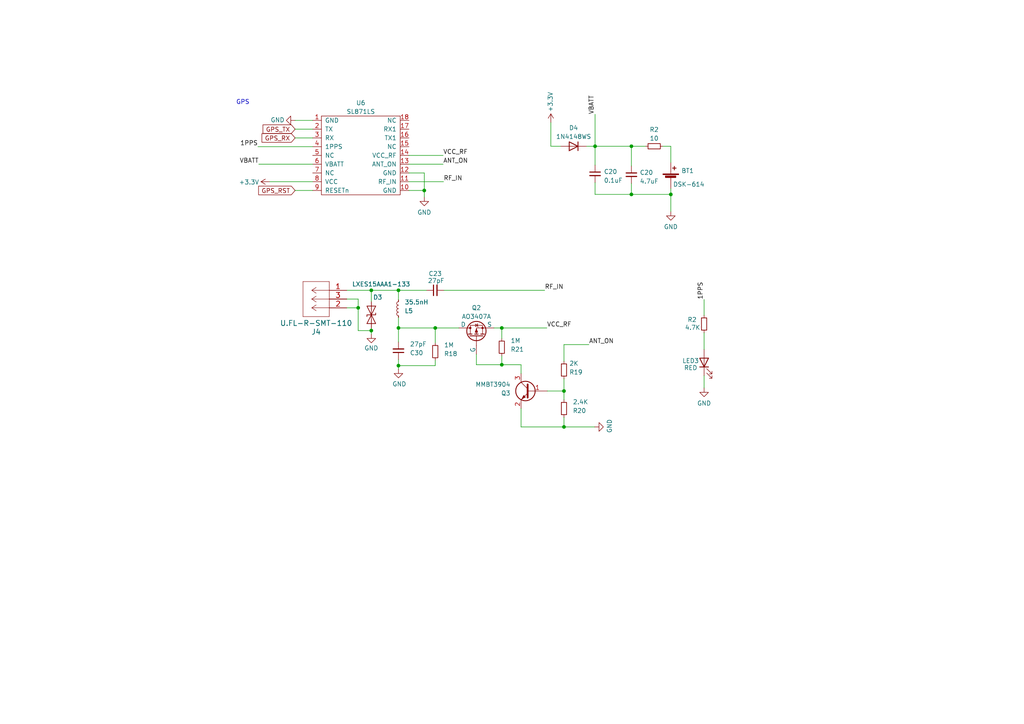
<source format=kicad_sch>
(kicad_sch (version 20230121) (generator eeschema)
  (paper "A4")
  (lib_symbols
    (symbol "Device:Battery_Cell" (pin_numbers hide) (pin_names (offset 0) hide)
      (property "Reference" "BT" (at 2.54 2.54 0))
      (property "Value" "Battery_Cell" (at 2.54 0 0))
      (symbol "Battery_Cell_0_1"
        (rectangle (start -2.286 1.778) (end 2.286 1.524) (fill (type outline)))
        (rectangle (start -1.5748 1.1938) (end 1.4732 0.6858) (fill (type outline)))
        (polyline (pts (xy 0 0.762) (xy 0 0)))
        (polyline (pts (xy 0 1.778) (xy 0 2.54)))
        (polyline (pts (xy 0.508 3.429) (xy 1.524 3.429)) (stroke (width 0.254)))
        (polyline (pts (xy 1.016 3.937) (xy 1.016 2.921)) (stroke (width 0.254)))
      )
      (symbol "Battery_Cell_1_1"
        (pin passive line (at 0 5.08 270) (length 2.54) (name "+") (number "1"))
        (pin passive line (at 0 -2.54 90) (length 2.54) (name "-") (number "2"))
      )
    )
    (symbol "Device:C_Small" (pin_numbers hide) (pin_names (offset 0.254) hide)
      (property "Reference" "C" (at 0.254 1.778 0))
      (property "Value" "C_Small" (at 0.254 -2.032 0))
      (symbol "C_Small_0_1"
        (polyline (pts (xy -1.524 -0.508) (xy 1.524 -0.508)) (stroke (width 0.3302)))
        (polyline (pts (xy -1.524 0.508) (xy 1.524 0.508)) (stroke (width 0.3048)))
      )
      (symbol "C_Small_1_1"
        (pin passive line (at 0 2.54 270) (length 2.032) (name "~") (number "1"))
        (pin passive line (at 0 -2.54 90) (length 2.032) (name "~") (number "2"))
      )
    )
    (symbol "Device:LED" (pin_numbers hide) (pin_names (offset 1.016) hide)
      (property "Reference" "D" (at 0 2.54 0))
      (property "Value" "LED" (at 0 -2.54 0))
      (symbol "LED_0_1"
        (polyline (pts (xy -1.27 -1.27) (xy -1.27 1.27)) (stroke (width 0.254)))
        (polyline (pts (xy -1.27 0) (xy 1.27 0)))
        (polyline (pts (xy 1.27 -1.27) (xy 1.27 1.27) (xy -1.27 0) (xy 1.27 -1.27)) (stroke (width 0.254)))
        (polyline (pts (xy -3.048 -0.762) (xy -4.572 -2.286) (xy -3.81 -2.286) (xy -4.572 -2.286) (xy -4.572 -1.524)))
        (polyline (pts (xy -1.778 -0.762) (xy -3.302 -2.286) (xy -2.54 -2.286) (xy -3.302 -2.286) (xy -3.302 -1.524)))
      )
      (symbol "LED_1_1"
        (pin passive line (at -3.81 0 0) (length 2.54) (name "K") (number "1"))
        (pin passive line (at 3.81 0 180) (length 2.54) (name "A") (number "2"))
      )
    )
    (symbol "Device:L_Small" (pin_numbers hide) (pin_names (offset 0.254) hide)
      (property "Reference" "L" (at 0.762 1.016 0))
      (property "Value" "L_Small" (at 0.762 -1.016 0))
      (symbol "L_Small_0_1"
        (arc (start 0 -2.032) (mid 0.5058 -1.524) (end 0 -1.016))
        (arc (start 0 -1.016) (mid 0.5058 -0.508) (end 0 0))
        (arc (start 0 0) (mid 0.5058 0.508) (end 0 1.016))
        (arc (start 0 1.016) (mid 0.5058 1.524) (end 0 2.032))
      )
      (symbol "L_Small_1_1"
        (pin passive line (at 0 2.54 270) (length 0.508) (name "~") (number "1"))
        (pin passive line (at 0 -2.54 90) (length 0.508) (name "~") (number "2"))
      )
    )
    (symbol "Device:R_Small" (pin_numbers hide) (pin_names (offset 0.254) hide)
      (property "Reference" "R" (at 0.762 0.508 0))
      (property "Value" "R_Small" (at 0.762 -1.016 0))
      (symbol "R_Small_0_1"
        (rectangle (start -0.762 1.778) (end 0.762 -1.778) (stroke (width 0.2032)))
      )
      (symbol "R_Small_1_1"
        (pin passive line (at 0 2.54 270) (length 0.762) (name "~") (number "1"))
        (pin passive line (at 0 -2.54 90) (length 0.762) (name "~") (number "2"))
      )
    )
    (symbol "Diode:1N4148WS" (pin_numbers hide) (pin_names hide)
      (property "Reference" "D" (at 0 2.54 0))
      (property "Value" "1N4148WS" (at 0 -2.54 0))
      (symbol "1N4148WS_0_1"
        (polyline (pts (xy -1.27 1.27) (xy -1.27 -1.27)) (stroke (width 0.254)))
        (polyline (pts (xy 1.27 0) (xy -1.27 0)))
        (polyline (pts (xy 1.27 1.27) (xy 1.27 -1.27) (xy -1.27 0) (xy 1.27 1.27)) (stroke (width 0.254)))
      )
      (symbol "1N4148WS_1_1"
        (pin passive line (at -3.81 0 0) (length 2.54) (name "K") (number "1"))
        (pin passive line (at 3.81 0 180) (length 2.54) (name "A") (number "2"))
      )
    )
    (symbol "Diode:ESD9B3.3ST5G" (pin_numbers hide) (pin_names (offset 1.016) hide)
      (property "Reference" "D" (at 0 2.54 0))
      (property "Value" "ESD9B3.3ST5G" (at 0 -2.54 0))
      (symbol "ESD9B3.3ST5G_0_1"
        (polyline (pts (xy 1.27 0) (xy -1.27 0)))
        (polyline (pts (xy -2.54 -1.27) (xy 0 0) (xy -2.54 1.27) (xy -2.54 -1.27)) (stroke (width 0.2032)))
        (polyline (pts (xy 0.508 1.27) (xy 0 1.27) (xy 0 -1.27) (xy -0.508 -1.27)) (stroke (width 0.2032)))
        (polyline (pts (xy 2.54 1.27) (xy 2.54 -1.27) (xy 0 0) (xy 2.54 1.27)) (stroke (width 0.2032)))
      )
      (symbol "ESD9B3.3ST5G_1_1"
        (pin passive line (at -3.81 0 0) (length 2.54) (name "A1") (number "1"))
        (pin passive line (at 3.81 0 180) (length 2.54) (name "A2") (number "2"))
      )
    )
    (symbol "SL871:SL871LS" (pin_names (offset 1.016))
      (property "Reference" "U" (at 0 1.27 0))
      (property "Value" "SL871LS" (at 0 -24.13 0))
      (symbol "SL871LS_0_1"
        (rectangle (start -11.43 0) (end 11.43 -22.86))
      )
      (symbol "SL871LS_1_1"
        (pin input line (at -13.97 -1.27 0) (length 2.54) (name "GND") (number "1"))
        (pin input line (at 13.97 -21.59 180) (length 2.54) (name "GND") (number "10"))
        (pin input line (at 13.97 -19.05 180) (length 2.54) (name "RF_IN") (number "11"))
        (pin input line (at 13.97 -16.51 180) (length 2.54) (name "GND") (number "12"))
        (pin input line (at 13.97 -13.97 180) (length 2.54) (name "ANT_ON") (number "13"))
        (pin input line (at 13.97 -11.43 180) (length 2.54) (name "VCC_RF") (number "14"))
        (pin input line (at 13.97 -8.89 180) (length 2.54) (name "NC") (number "15"))
        (pin input line (at 13.97 -6.35 180) (length 2.54) (name "TX1") (number "16"))
        (pin input line (at 13.97 -3.81 180) (length 2.54) (name "RX1") (number "17"))
        (pin input line (at 13.97 -1.27 180) (length 2.54) (name "NC") (number "18"))
        (pin input line (at -13.97 -3.81 0) (length 2.54) (name "TX") (number "2"))
        (pin input line (at -13.97 -6.35 0) (length 2.54) (name "RX") (number "3"))
        (pin input line (at -13.97 -8.89 0) (length 2.54) (name "1PPS") (number "4"))
        (pin input line (at -13.97 -11.43 0) (length 2.54) (name "NC") (number "5"))
        (pin input line (at -13.97 -13.97 0) (length 2.54) (name "VBATT") (number "6"))
        (pin input line (at -13.97 -16.51 0) (length 2.54) (name "NC") (number "7"))
        (pin input line (at -13.97 -19.05 0) (length 2.54) (name "VCC") (number "8"))
        (pin input line (at -13.97 -21.59 0) (length 2.54) (name "RESETn") (number "9"))
      )
    )
    (symbol "Simulation_SPICE:PMOS" (pin_numbers hide) (pin_names (offset 0))
      (property "Reference" "Q" (at 5.08 1.27 0))
      (property "Value" "PMOS" (at 5.08 -1.27 0))
      (symbol "PMOS_0_1"
        (polyline (pts (xy 0.254 0) (xy -2.54 0)))
        (polyline (pts (xy 0.254 1.905) (xy 0.254 -1.905)) (stroke (width 0.254)))
        (polyline (pts (xy 0.762 -1.27) (xy 0.762 -2.286)) (stroke (width 0.254)))
        (polyline (pts (xy 0.762 0.508) (xy 0.762 -0.508)) (stroke (width 0.254)))
        (polyline (pts (xy 0.762 2.286) (xy 0.762 1.27)) (stroke (width 0.254)))
        (polyline (pts (xy 2.54 2.54) (xy 2.54 1.778)))
        (polyline (pts (xy 2.54 -2.54) (xy 2.54 0) (xy 0.762 0)))
        (polyline (pts (xy 0.762 1.778) (xy 3.302 1.778) (xy 3.302 -1.778) (xy 0.762 -1.778)))
        (polyline (pts (xy 2.286 0) (xy 1.27 0.381) (xy 1.27 -0.381) (xy 2.286 0)) (fill (type outline)))
        (polyline (pts (xy 2.794 -0.508) (xy 2.921 -0.381) (xy 3.683 -0.381) (xy 3.81 -0.254)))
        (polyline (pts (xy 3.302 -0.381) (xy 2.921 0.254) (xy 3.683 0.254) (xy 3.302 -0.381)))
        (circle (center 1.651 0) (radius 2.794) (stroke (width 0.254)))
        (circle (center 2.54 -1.778) (radius 0.254) (fill (type outline)))
        (circle (center 2.54 1.778) (radius 0.254) (fill (type outline)))
      )
      (symbol "PMOS_1_1"
        (pin passive line (at 2.54 5.08 270) (length 2.54) (name "D") (number "1"))
        (pin input line (at -5.08 0 0) (length 2.54) (name "G") (number "2"))
        (pin passive line (at 2.54 -5.08 90) (length 2.54) (name "S") (number "3"))
      )
    )
    (symbol "Transistor_BJT:MMBT3904" (pin_names (offset 0) hide)
      (property "Reference" "Q" (at 5.08 1.905 0))
      (property "Value" "MMBT3904" (at 5.08 0 0))
      (symbol "MMBT3904_0_1"
        (polyline (pts (xy 0.635 0.635) (xy 2.54 2.54)))
        (polyline (pts (xy 0.635 -0.635) (xy 2.54 -2.54) (xy 2.54 -2.54)))
        (polyline (pts (xy 0.635 1.905) (xy 0.635 -1.905) (xy 0.635 -1.905)) (stroke (width 0.508)))
        (polyline (pts (xy 1.27 -1.778) (xy 1.778 -1.27) (xy 2.286 -2.286) (xy 1.27 -1.778) (xy 1.27 -1.778)) (fill (type outline)))
        (circle (center 1.27 0) (radius 2.8194) (stroke (width 0.254)))
      )
      (symbol "MMBT3904_1_1"
        (pin input line (at -5.08 0 0) (length 5.715) (name "B") (number "1"))
        (pin passive line (at 2.54 -5.08 90) (length 2.54) (name "E") (number "2"))
        (pin passive line (at 2.54 5.08 270) (length 2.54) (name "C") (number "3"))
      )
    )
    (symbol "UFLRSMT110:U.FL-R-SMT-110" (pin_names (offset 0.254) hide)
      (property "Reference" "J" (at 8.89 6.35 0))
      (property "Value" "U.FL-R-SMT-110" (at 10.16 -2.54 0))
      (symbol "U.FL-R-SMT-110_1_1"
        (polyline (pts (xy 5.08 -7.62) (xy 12.7 -7.62)) (stroke (width 0.127)))
        (polyline (pts (xy 5.08 2.54) (xy 5.08 -7.62)) (stroke (width 0.127)))
        (polyline (pts (xy 10.16 -5.08) (xy 5.08 -5.08)) (stroke (width 0.127)))
        (polyline (pts (xy 10.16 -5.08) (xy 8.89 -5.9182)) (stroke (width 0.127)))
        (polyline (pts (xy 10.16 -5.08) (xy 8.89 -4.2418)) (stroke (width 0.127)))
        (polyline (pts (xy 10.16 -2.54) (xy 5.08 -2.54)) (stroke (width 0.127)))
        (polyline (pts (xy 10.16 -2.54) (xy 8.89 -3.3782)) (stroke (width 0.127)))
        (polyline (pts (xy 10.16 -2.54) (xy 8.89 -1.7018)) (stroke (width 0.127)))
        (polyline (pts (xy 10.16 0) (xy 5.08 0)) (stroke (width 0.127)))
        (polyline (pts (xy 10.16 0) (xy 8.89 -0.8382)) (stroke (width 0.127)))
        (polyline (pts (xy 10.16 0) (xy 8.89 0.8382)) (stroke (width 0.127)))
        (polyline (pts (xy 12.7 -7.62) (xy 12.7 2.54)) (stroke (width 0.127)))
        (polyline (pts (xy 12.7 2.54) (xy 5.08 2.54)) (stroke (width 0.127)))
        (pin unspecified line (at 0 0 0) (length 5.08) (name "1") (number "1"))
        (pin unspecified line (at 0 -5.08 0) (length 5.08) (name "2") (number "2"))
        (pin unspecified line (at 0 -2.54 0) (length 5.08) (name "3") (number "3"))
      )
    )
    (symbol "power:+3.3V" (power) (pin_names (offset 0))
      (property "Value" "+3.3V" (at 0 3.556 0))
      (symbol "+3.3V_0_1"
        (polyline (pts (xy -0.762 1.27) (xy 0 2.54)))
        (polyline (pts (xy 0 0) (xy 0 2.54)))
        (polyline (pts (xy 0 2.54) (xy 0.762 1.27)))
      )
      (symbol "+3.3V_1_1"
        (pin power_in line (at 0 0 90) (length 0) hide (name "+3.3V") (number "1"))
      )
    )
    (symbol "power:GND" (power) (pin_names (offset 0))
      (property "Value" "GND" (at 0 -3.81 0))
      (symbol "GND_0_1"
        (polyline (pts (xy 0 0) (xy 0 -1.27) (xy 1.27 -1.27) (xy 0 -2.54) (xy -1.27 -1.27) (xy 0 -1.27)))
      )
      (symbol "GND_1_1"
        (pin power_in line (at 0 0 270) (length 0) hide (name "GND") (number "1"))
      )
    )
  )
  (junction (at 145.542 95.123))
  (junction (at 126.238 95.123))
  (junction (at 115.57 95.123))
  (junction (at 163.576 113.411))
  (junction (at 183.134 56.388))
  (junction (at 163.576 123.825))
  (junction (at 172.593 42.418))
  (junction (at 103.886 89.281))
  (junction (at 123.063 55.245))
  (junction (at 107.696 84.201))
  (junction (at 115.57 106.045))
  (junction (at 107.696 95.885))
  (junction (at 145.542 105.791))
  (junction (at 183.134 42.418))
  (junction (at 194.564 56.388))
  (junction (at 115.57 84.201))
  (wire (pts (xy 170.18 42.418) (xy 172.593 42.418)))
  (wire (pts (xy 145.542 105.791) (xy 138.176 105.791)))
  (wire (pts (xy 118.618 55.245) (xy 123.063 55.245)))
  (wire (pts (xy 118.618 47.625) (xy 128.524 47.625)))
  (wire (pts (xy 183.134 42.418) (xy 187.198 42.418)))
  (wire (pts (xy 172.593 42.418) (xy 183.134 42.418)))
  (wire (pts (xy 172.593 33.147) (xy 172.593 42.418)))
  (wire (pts (xy 126.238 99.441) (xy 126.238 95.123)))
  (wire (pts (xy 183.134 42.418) (xy 183.134 48.133)))
  (wire (pts (xy 115.57 95.123) (xy 115.57 92.075)))
  (wire (pts (xy 85.598 37.465) (xy 90.678 37.465)))
  (wire (pts (xy 172.593 56.388) (xy 183.134 56.388)))
  (wire (pts (xy 115.57 86.995) (xy 115.57 84.201)))
  (wire (pts (xy 151.13 118.491) (xy 151.13 123.825)))
  (wire (pts (xy 115.57 95.123) (xy 126.238 95.123)))
  (wire (pts (xy 163.576 113.411) (xy 163.576 115.951)))
  (wire (pts (xy 192.278 42.418) (xy 194.564 42.418)))
  (wire (pts (xy 128.778 84.201) (xy 157.988 84.201)))
  (wire (pts (xy 183.134 56.388) (xy 194.564 56.388)))
  (wire (pts (xy 204.216 108.966) (xy 204.216 112.522)))
  (wire (pts (xy 100.584 89.281) (xy 103.886 89.281)))
  (wire (pts (xy 163.576 109.855) (xy 163.576 113.411)))
  (wire (pts (xy 107.696 84.201) (xy 115.57 84.201)))
  (wire (pts (xy 78.232 52.705) (xy 90.678 52.705)))
  (wire (pts (xy 194.564 56.388) (xy 194.564 61.341)))
  (wire (pts (xy 126.238 106.045) (xy 115.57 106.045)))
  (wire (pts (xy 85.598 34.925) (xy 90.678 34.925)))
  (wire (pts (xy 151.13 123.825) (xy 163.576 123.825)))
  (wire (pts (xy 145.542 105.791) (xy 145.542 103.251)))
  (wire (pts (xy 103.886 86.741) (xy 103.886 89.281)))
  (wire (pts (xy 163.576 99.949) (xy 170.815 99.949)))
  (wire (pts (xy 159.766 42.418) (xy 162.56 42.418)))
  (wire (pts (xy 107.696 87.503) (xy 107.696 84.201)))
  (wire (pts (xy 123.063 55.245) (xy 123.063 57.15)))
  (wire (pts (xy 115.57 99.187) (xy 115.57 95.123)))
  (wire (pts (xy 172.593 52.959) (xy 172.593 56.388)))
  (wire (pts (xy 158.75 113.411) (xy 163.576 113.411)))
  (wire (pts (xy 100.584 84.201) (xy 107.696 84.201)))
  (wire (pts (xy 118.618 45.085) (xy 128.524 45.085)))
  (wire (pts (xy 172.593 42.418) (xy 172.593 47.879)))
  (wire (pts (xy 103.886 95.885) (xy 107.696 95.885)))
  (wire (pts (xy 118.618 50.165) (xy 123.063 50.165)))
  (wire (pts (xy 74.803 42.545) (xy 90.678 42.545)))
  (wire (pts (xy 100.584 86.741) (xy 103.886 86.741)))
  (wire (pts (xy 75.057 47.625) (xy 90.678 47.625)))
  (wire (pts (xy 107.696 96.901) (xy 107.696 95.885)))
  (wire (pts (xy 151.13 108.331) (xy 151.13 105.791)))
  (wire (pts (xy 85.598 55.245) (xy 90.678 55.245)))
  (wire (pts (xy 159.766 35.56) (xy 159.766 42.418)))
  (wire (pts (xy 115.57 107.061) (xy 115.57 106.045)))
  (wire (pts (xy 145.542 98.171) (xy 145.542 95.123)))
  (wire (pts (xy 85.598 40.005) (xy 90.678 40.005)))
  (wire (pts (xy 183.134 53.213) (xy 183.134 56.388)))
  (wire (pts (xy 145.542 105.791) (xy 151.13 105.791)))
  (wire (pts (xy 126.238 95.123) (xy 133.096 95.123)))
  (wire (pts (xy 204.216 96.52) (xy 204.216 101.346)))
  (wire (pts (xy 145.542 95.123) (xy 158.623 95.123)))
  (wire (pts (xy 115.57 106.045) (xy 115.57 104.267)))
  (wire (pts (xy 163.576 104.775) (xy 163.576 99.949)))
  (wire (pts (xy 123.063 50.165) (xy 123.063 55.245)))
  (wire (pts (xy 204.216 86.868) (xy 204.216 91.44)))
  (wire (pts (xy 194.564 42.418) (xy 194.564 47.117)))
  (wire (pts (xy 126.238 104.521) (xy 126.238 106.045)))
  (wire (pts (xy 115.57 84.201) (xy 123.698 84.201)))
  (wire (pts (xy 163.576 121.031) (xy 163.576 123.825)))
  (wire (pts (xy 107.696 95.885) (xy 107.696 95.123)))
  (wire (pts (xy 194.564 54.737) (xy 194.564 56.388)))
  (wire (pts (xy 163.576 123.825) (xy 172.466 123.825)))
  (wire (pts (xy 103.886 89.281) (xy 103.886 95.885)))
  (wire (pts (xy 138.176 105.791) (xy 138.176 102.743)))
  (wire (pts (xy 118.618 52.705) (xy 128.651 52.705)))
  (wire (pts (xy 143.256 95.123) (xy 145.542 95.123)))
  (text "GPS" (at 68.453 30.48 0) (effects (font (size 1.27 1.27)) (justify left bottom)))
  (label "ANT_ON" (at 170.815 99.949 0))
  (label "VCC_RF" (at 158.623 95.123 0))
  (label "1PPS" (at 204.216 86.868 90))
  (label "1PPS" (at 74.803 42.545 180))
  (label "ANT_ON" (at 128.524 47.625 0))
  (label "VCC_RF" (at 128.524 45.085 0))
  (label "VBATT" (at 172.593 33.147 90))
  (label "VBATT" (at 75.057 47.625 180))
  (label "RF_IN" (at 128.651 52.705 0))
  (label "RF_IN" (at 157.988 84.201 0))
  (global_label "GPS_TX" (shape input) (at 85.598 37.465 180) (property "Intersheetrefs" "${INTERSHEET_REFS}" (effects hide)))
  (global_label "GPS_RX" (shape input) (at 85.598 40.005 180) (property "Intersheetrefs" "${INTERSHEET_REFS}" (effects hide)))
  (global_label "GPS_RST" (shape input) (at 85.598 55.245 180) (property "Intersheetrefs" "${INTERSHEET_REFS}" (effects hide)))
  (symbol (lib_id "Simulation_SPICE:PMOS") (at 138.176 97.663 90) (unit 1)
    (property "Reference" "Q2" (at 138.176 89.281 90))
    (property "Value" "AO3407A" (at 138.176 91.821 90))
    (property "Datasheet" "https://ngspice.sourceforge.io/docs/ngspice-manual.pdf" (effects hide))
    (property "Sim.Device" "PMOS" (effects hide))
    (property "Sim.Type" "VDMOS" (effects hide))
    (property "Sim.Pins" "1=D 2=G 3=S" (effects hide))
    (instances (project "Tracker_CC2652R7" (path "" (reference "Q2") (unit 1)) (path "" (reference "Q4") (unit 1))))
  )
  (symbol (lib_id "Transistor_BJT:MMBT3904") (at 153.67 113.411 0) (mirror y) (unit 1)
    (property "Reference" "Q3" (at 148.082 114.046 0) (effects (justify left)))
    (property "Value" "MMBT3904" (at 148.082 111.506 0) (effects (justify left)))
    (property "Footprint" "Package_TO_SOT_SMD:SOT-23" (effects hide))
    (property "Datasheet" "https://www.onsemi.com/pub/Collateral/2N3903-D.PDF" (effects hide))
    (instances (project "Tracker_CC2652R7" (path "" (reference "Q3") (unit 1)) (path "" (reference "Q5") (unit 1))))
  )
  (symbol (lib_id "power:GND") (at 115.57 107.061 0) (mirror y) (unit 1)
    (property "Reference" "#PWR031" (effects hide))
    (property "Value" "GND" (at 115.824 111.379 0))
    (instances (project "Tracker_CC2652R7" (path "" (reference "#PWR031") (unit 1)) (path "" (reference "#PWR060") (unit 1)) (path "" (reference "#PWR068") (unit 1))))
  )
  (symbol (lib_id "Device:R_Small") (at 204.216 93.98 180) (unit 1)
    (property "Reference" "R2" (at 199.39 92.71 0) (effects (justify right)))
    (property "Value" "4.7K" (at 198.628 94.996 0) (effects (justify right)))
    (property "Footprint" "Resistor_SMD:R_0402_1005Metric" (effects hide))
    (instances (project "Tracker_CC2652R7" (path "" (reference "R2") (unit 1)) (path "" (reference "R22") (unit 1)) (path "" (reference "R29") (unit 1))))
  )
  (symbol (lib_id "power:+3.3V") (at 78.232 52.705 90) (unit 1)
    (property "Reference" "#PWR025" (effects hide))
    (property "Value" "+3.3V" (at 75.184 52.832 90) (effects (justify left)))
    (instances (project "Tracker_CC2652R7" (path "" (reference "#PWR025") (unit 1)) (path "" (reference "#PWR044") (unit 1)) (path "" (reference "#PWR065") (unit 1))))
  )
  (symbol (lib_id "power:GND") (at 172.466 123.825 90) (mirror x) (unit 1)
    (property "Reference" "#PWR031" (effects hide))
    (property "Value" "GND" (at 176.784 123.571 0))
    (instances (project "Tracker_CC2652R7" (path "" (reference "#PWR031") (unit 1)) (path "" (reference "#PWR061") (unit 1)) (path "" (reference "#PWR071") (unit 1))))
  )
  (symbol (lib_id "power:GND") (at 194.564 61.341 0) (unit 1)
    (property "Reference" "#PWR031" (effects hide))
    (property "Value" "GND" (at 194.564 65.786 0))
    (instances (project "Tracker_CC2652R7" (path "" (reference "#PWR031") (unit 1)) (path "" (reference "#PWR063") (unit 1)) (path "" (reference "#PWR072") (unit 1))))
  )
  (symbol (lib_id "Device:L_Small") (at 115.57 89.535 0) (mirror y) (unit 1)
    (property "Reference" "L5" (at 117.348 90.17 0) (effects (justify right)))
    (property "Value" "35.5nH" (at 117.348 87.63 0) (effects (justify right)))
    (instances (project "Tracker_CC2652R7" (path "" (reference "L5") (unit 1)) (path "" (reference "L6") (unit 1))))
  )
  (symbol (lib_id "Diode:1N4148WS") (at 166.37 42.418 180) (unit 1)
    (property "Reference" "D4" (at 166.37 37.084 0))
    (property "Value" "1N4148WS" (at 166.37 39.624 0))
    (property "Footprint" "Diode_SMD:D_SOD-323" (effects hide))
    (property "Datasheet" "https://www.vishay.com/docs/85751/1n4148ws.pdf" (effects hide))
    (property "Sim.Device" "D" (effects hide))
    (property "Sim.Pins" "1=K 2=A" (effects hide))
    (instances (project "Tracker_CC2652R7" (path "" (reference "D4") (unit 1)) (path "" (reference "D6") (unit 1))))
  )
  (symbol (lib_id "SL871:SL871LS") (at 104.648 33.655 0) (unit 1)
    (property "Reference" "U6" (at 104.648 29.845 0))
    (property "Value" "SL871LS" (at 104.648 32.385 0))
    (instances (project "Tracker_CC2652R7" (path "" (reference "U6") (unit 1)) (path "" (reference "U7") (unit 1))))
  )
  (symbol (lib_id "Device:Battery_Cell") (at 194.564 52.197 0) (unit 1)
    (property "Reference" "BT1" (at 197.612 49.53 0) (effects (justify left)))
    (property "Value" "DSK-614" (at 195.199 53.467 0) (effects (justify left)))
    (instances (project "Tracker_CC2652R7" (path "" (reference "BT1") (unit 1)) (path "" (reference "BT2") (unit 1))))
  )
  (symbol (lib_id "power:GND") (at 204.216 112.522 0) (unit 1)
    (property "Reference" "#PWR031" (effects hide))
    (property "Value" "GND" (at 204.216 116.967 0))
    (instances (project "Tracker_CC2652R7" (path "" (reference "#PWR031") (unit 1)) (path "" (reference "#PWR062") (unit 1)) (path "" (reference "#PWR073") (unit 1))))
  )
  (symbol (lib_id "UFLRSMT110:U.FL-R-SMT-110") (at 100.584 84.201 0) (mirror y) (unit 1)
    (property "Reference" "J4" (at 91.694 96.266 0) (effects (font (size 1.524 1.524))))
    (property "Value" "U.FL-R-SMT-110" (at 91.694 93.726 0) (effects (font (size 1.524 1.524))))
    (property "Footprint" "CONN_R-SMT-110" (effects hide))
    (instances (project "Tracker_CC2652R7" (path "" (reference "J4") (unit 1)) (path "" (reference "J6") (unit 1))))
  )
  (symbol (lib_id "power:GND") (at 85.598 34.925 270) (unit 1)
    (property "Reference" "#PWR031" (effects hide))
    (property "Value" "GND" (at 82.55 34.798 90) (effects (justify right)))
    (instances (project "Tracker_CC2652R7" (path "" (reference "#PWR031") (unit 1)) (path "" (reference "#PWR047") (unit 1)) (path "" (reference "#PWR066") (unit 1))))
  )
  (symbol (lib_id "power:+3.3V") (at 159.766 35.56 0) (unit 1)
    (property "Reference" "#PWR025" (effects hide))
    (property "Value" "+3.3V" (at 159.639 32.512 90) (effects (justify left)))
    (instances (project "Tracker_CC2652R7" (path "" (reference "#PWR025") (unit 1)) (path "" (reference "#PWR064") (unit 1)) (path "" (reference "#PWR070") (unit 1))))
  )
  (symbol (lib_id "Device:LED") (at 204.216 105.156 90) (unit 1)
    (property "Reference" "LED3" (at 197.866 104.648 90) (effects (justify right)))
    (property "Value" "RED" (at 198.374 106.68 90) (effects (justify right)))
    (property "Footprint" "LED_SMD:LED_0603_1608Metric" (effects hide))
    (instances (project "Tracker_CC2652R7" (path "" (reference "LED3") (unit 1)) (path "" (reference "LED4") (unit 1))))
  )
  (symbol (lib_id "Device:C_Small") (at 115.57 101.727 0) (mirror x) (unit 1)
    (property "Reference" "C30" (at 118.872 102.3557 0) (effects (justify left)))
    (property "Value" "27pF" (at 118.872 99.8157 0) (effects (justify left)))
    (instances (project "Tracker_CC2652R7" (path "" (reference "C30") (unit 1)) (path "" (reference "C33") (unit 1))))
  )
  (symbol (lib_id "Device:C_Small") (at 183.134 50.673 0) (unit 1)
    (property "Reference" "C20" (at 185.547 50.0443 0) (effects (justify left)))
    (property "Value" "4.7uF" (at 185.547 52.5843 0) (effects (justify left)))
    (property "Footprint" "Capacitor_SMD:C_0603_1608Metric" (effects hide))
    (instances (project "Tracker_CC2652R7" (path "" (reference "C20") (unit 1)) (path "" (reference "C32") (unit 1)) (path "" (reference "C36") (unit 1))))
  )
  (symbol (lib_id "Diode:ESD9B3.3ST5G") (at 107.696 91.313 90) (mirror x) (unit 1)
    (property "Reference" "D3" (at 108.204 86.233 90) (effects (justify right)))
    (property "Value" "LXES15AAA1-133" (at 102.108 82.423 90) (effects (justify right)))
    (instances (project "Tracker_CC2652R7" (path "" (reference "D3") (unit 1)) (path "" (reference "D5") (unit 1))))
  )
  (symbol (lib_id "Device:R_Small") (at 163.576 118.491 0) (mirror x) (unit 1)
    (property "Reference" "R20" (at 166.116 119.126 0) (effects (justify left)))
    (property "Value" "2.4K" (at 166.116 116.586 0) (effects (justify left)))
    (instances (project "Tracker_CC2652R7" (path "" (reference "R20") (unit 1)) (path "" (reference "R27") (unit 1))))
  )
  (symbol (lib_id "Device:R_Small") (at 126.238 101.981 0) (mirror x) (unit 1)
    (property "Reference" "R18" (at 128.778 102.616 0) (effects (justify left)))
    (property "Value" "1M" (at 128.778 100.076 0) (effects (justify left)))
    (instances (project "Tracker_CC2652R7" (path "" (reference "R18") (unit 1)) (path "" (reference "R24") (unit 1))))
  )
  (symbol (lib_id "Device:R_Small") (at 163.576 107.315 0) (mirror x) (unit 1)
    (property "Reference" "R19" (at 165.1 107.95 0) (effects (justify left)))
    (property "Value" "2K" (at 165.1 105.41 0) (effects (justify left)))
    (instances (project "Tracker_CC2652R7" (path "" (reference "R19") (unit 1)) (path "" (reference "R26") (unit 1))))
  )
  (symbol (lib_id "Device:C_Small") (at 126.238 84.201 90) (mirror x) (unit 1)
    (property "Reference" "C23" (at 126.238 79.375 90))
    (property "Value" "27pF" (at 126.492 81.407 90))
    (instances (project "Tracker_CC2652R7" (path "" (reference "C23") (unit 1)) (path "" (reference "C34") (unit 1))))
  )
  (symbol (lib_id "power:GND") (at 107.696 96.901 0) (mirror y) (unit 1)
    (property "Reference" "#PWR031" (effects hide))
    (property "Value" "GND" (at 107.696 100.965 0))
    (instances (project "Tracker_CC2652R7" (path "" (reference "#PWR031") (unit 1)) (path "" (reference "#PWR059") (unit 1)) (path "" (reference "#PWR067") (unit 1))))
  )
  (symbol (lib_id "Device:R_Small") (at 145.542 100.711 0) (mirror x) (unit 1)
    (property "Reference" "R21" (at 148.082 101.346 0) (effects (justify left)))
    (property "Value" "1M" (at 148.082 98.806 0) (effects (justify left)))
    (instances (project "Tracker_CC2652R7" (path "" (reference "R21") (unit 1)) (path "" (reference "R25") (unit 1))))
  )
  (symbol (lib_id "Device:C_Small") (at 172.593 50.419 0) (unit 1)
    (property "Reference" "C20" (at 175.133 49.7903 0) (effects (justify left)))
    (property "Value" "0.1uF" (at 175.133 52.3303 0) (effects (justify left)))
    (property "Footprint" "Capacitor_SMD:C_0603_1608Metric" (effects hide))
    (instances (project "Tracker_CC2652R7" (path "" (reference "C20") (unit 1)) (path "" (reference "C31") (unit 1)) (path "" (reference "C35") (unit 1))))
  )
  (symbol (lib_id "Device:R_Small") (at 189.738 42.418 90) (unit 1)
    (property "Reference" "R2" (at 189.738 37.592 90))
    (property "Value" "10" (at 189.738 40.132 90))
    (property "Footprint" "Resistor_SMD:R_0402_1005Metric" (effects hide))
    (instances (project "Tracker_CC2652R7" (path "" (reference "R2") (unit 1)) (path "" (reference "R23") (unit 1)) (path "" (reference "R28") (unit 1))))
  )
  (symbol (lib_id "power:GND") (at 123.063 57.15 0) (unit 1)
    (property "Reference" "#PWR031" (effects hide))
    (property "Value" "GND" (at 123.063 61.595 0))
    (instances (project "Tracker_CC2652R7" (path "" (reference "#PWR031") (unit 1)) (path "" (reference "#PWR058") (unit 1)) (path "" (reference "#PWR069") (unit 1))))
  )
)
</source>
